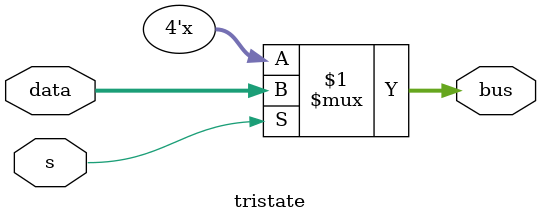
<source format=v>
`timescale 1ns/1ps

module tristate(input [3:0] data,
		input 	     s,
		output [3:0] bus);

   assign bus = s ? data : 4'bz;
endmodule // tristate

</source>
